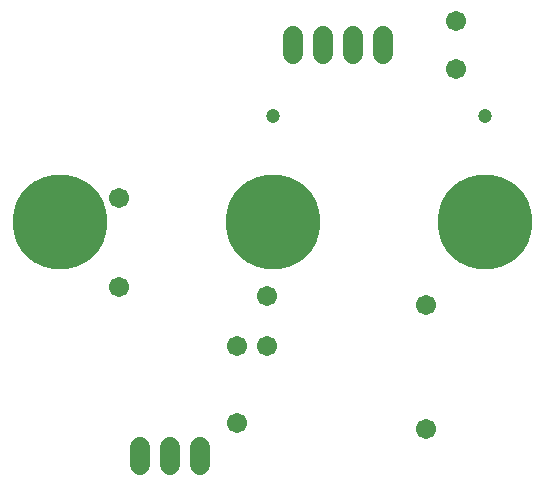
<source format=gbr>
G04 EAGLE Gerber RS-274X export*
G75*
%MOMM*%
%FSLAX34Y34*%
%LPD*%
%INSoldermask Bottom*%
%IPPOS*%
%AMOC8*
5,1,8,0,0,1.08239X$1,22.5*%
G01*
%ADD10C,4.003200*%
%ADD11C,1.203200*%
%ADD12C,1.727200*%
%ADD13C,8.003200*%
%ADD14C,1.703200*%


D10*
X135Y230000D03*
X360135Y230000D03*
X180135Y230000D03*
D11*
X180000Y320000D03*
X360000Y320000D03*
D12*
X67300Y39420D02*
X67300Y24180D01*
X92700Y24180D02*
X92700Y39420D01*
X118100Y39420D02*
X118100Y24180D01*
X197300Y372380D02*
X197300Y387620D01*
X222700Y387620D02*
X222700Y372380D01*
X248100Y372380D02*
X248100Y387620D01*
X273500Y387620D02*
X273500Y372380D01*
D13*
X0Y230000D03*
D14*
X50000Y250000D03*
X50000Y175000D03*
X150000Y125000D03*
X150000Y60000D03*
X175000Y125000D03*
X175000Y167500D03*
X335000Y360000D03*
X335000Y400000D03*
D13*
X360000Y230000D03*
D14*
X310000Y160000D03*
X310000Y55000D03*
D13*
X180000Y230000D03*
M02*

</source>
